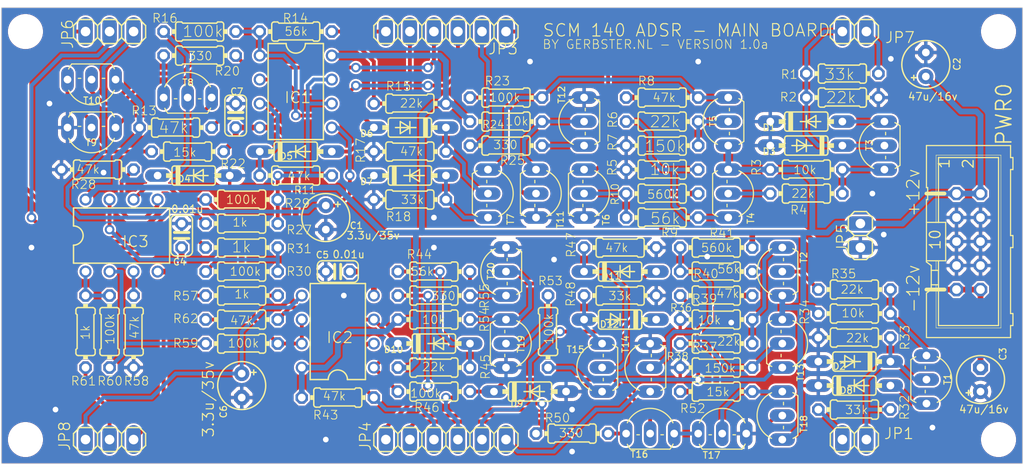
<source format=kicad_pcb>
(kicad_pcb (version 20211014) (generator pcbnew)
  (layers (0 "F.Cu" signal) (31 "B.Cu" signal) (34 "B.Paste" user) (35 "F.Paste" user) (36 "B.SilkS" user "B.Silkscreen") (37 "F.SilkS" user "F.Silkscreen") (38 "B.Mask" user) (39 "F.Mask" user) (44 "Edge.Cuts" user))
  (net 0 "")
  (net 1 "MANUAL-TRIGGER-1")
  (net 2 "GND")
  (net 3 "N$3")
  (net 4 "N$4")
  (net 5 "+12V")
  (net 6 "N$5")
  (net 7 "N$6")
  (net 8 "-12V")
  (net 9 "N$7")
  (net 10 "N$8")
  (net 11 "N$9")
  (net 12 "S1-B")
  (net 13 "N$12")
  (net 14 "N$13")
  (net 15 "N$14")
  (net 16 "N$15")
  (net 17 "N$17")
  (net 18 "N$16")
  (net 19 "A1-IN")
  (net 20 "N$23")
  (net 21 "S1-W")
  (net 22 "N$24")
  (net 23 "N$25")
  (net 24 "N$26")
  (net 25 "N$27")
  (net 26 "N$28")
  (net 27 "C1-OUT")
  (net 28 "N$21")
  (net 29 "N$30")
  (net 30 "N$33")
  (net 31 "N$1")
  (net 32 "S1-A")
  (net 33 "MANUAL-TRIGGER-2")
  (net 34 "N$32")
  (net 35 "N$34")
  (net 36 "N$35")
  (net 37 "N$36")
  (net 38 "N$37")
  (net 39 "N$38")
  (net 40 "N$39")
  (net 41 "S2-B")
  (net 42 "N$41")
  (net 43 "N$42")
  (net 44 "N$43")
  (net 45 "N$44")
  (net 46 "N$45")
  (net 47 "N$46")
  (net 48 "A2-IN")
  (net 49 "N$48")
  (net 50 "S2-W")
  (net 51 "N$51")
  (net 52 "N$52")
  (net 53 "N$53")
  (net 54 "N$54")
  (net 55 "N$55")
  (net 56 "C2-OUT")
  (net 57 "N$58")
  (net 58 "N$59")
  (net 59 "N$60")
  (net 60 "N$61")
  (net 61 "S2-A")
  (net 62 "D1-IN")
  (net 63 "R1-IN")
  (net 64 "R2-IN")
  (net 65 "D2-IN")
  (net 66 "GATE-2")
  (net 67 "GATE-1")
  (net 68 "NORM-OUT-1")
  (net 69 "INV-OUT-1")
  (net 70 "NORM-OUT-2")
  (net 71 "INV-OUT-2")
  (footprint "mainboard:0204_7" (layer "F.Cu") (at 105.9561 115.1636 90)
    (fp_text reference "R60")
    (fp_text value "100k")
  )
  (footprint "mainboard:0204_7" (layer "F.Cu") (at 184.6961 110.7186 180)
    (fp_text reference "R35")
    (fp_text value "22k")
  )
  (footprint "mainboard:TO92-CBE" (layer "F.Cu") (at 177.0761 116.4336 -90)
    (fp_text reference "T13")
    (fp_text value "")
  )
  (footprint "mainboard:E2,5-5" (layer "F.Cu") (at 119.9261 120.8786 -90)
    (fp_text reference "C6")
    (fp_text value "3.3u/35v")
  )
  (footprint "mainboard:0204_7" (layer "F.Cu") (at 103.4161 115.1636 -90)
    (fp_text reference "R61")
    (fp_text value "1k")
  )
  (footprint "mainboard:0204_7" (layer "F.Cu") (at 137.7061 91.0336)
    (fp_text reference "R15")
    (fp_text value "22k")
  )
  (footprint "mainboard:DO35-7" (layer "F.Cu") (at 114.8461 98.6536)
    (fp_text reference "D4")
    (fp_text value "")
  )
  (footprint "mainboard:1X02" (layer "F.Cu") (at 184.6961 126.5936 180)
    (fp_text reference "JP1")
    (fp_text value "")
  )
  (footprint "mainboard:DO35-7" (layer "F.Cu") (at 150.4061 121.5136)
    (fp_text reference "D9")
    (fp_text value "")
  )
  (footprint "mainboard:0204_7" (layer "F.Cu") (at 164.3761 95.4786)
    (fp_text reference "R7")
    (fp_text value "150k")
  )
  (footprint "mainboard:TO92-CBE" (layer "F.Cu") (at 163.1061 118.9736 90)
    (fp_text reference "T14")
    (fp_text value "")
  )
  (footprint "mainboard:1X03" (layer "F.Cu") (at 105.9561 83.4136 180)
    (fp_text reference "JP6")
    (fp_text value "")
  )
  (footprint "mainboard:TO92-CBE" (layer "F.Cu") (at 177.0761 124.0536 90)
    (fp_text reference "T18")
    (fp_text value "")
  )
  (footprint "mainboard:0204_7" (layer "F.Cu") (at 104.6861 98.0186)
    (fp_text reference "R28")
    (fp_text value "47k")
  )
  (footprint "mainboard:TO92-EBC" (layer "F.Cu") (at 172.6311 100.5586 -90)
    (fp_text reference "T4")
    (fp_text value "")
  )
  (footprint "mainboard:0204_7" (layer "F.Cu") (at 147.8661 90.3986 180)
    (fp_text reference "R23")
    (fp_text value "100k")
  )
  (footprint "mainboard:TO92-EBC" (layer "F.Cu") (at 104.0511 94.8436 180)
    (fp_text reference "T9")
    (fp_text value "")
  )
  (footprint "mainboard:C025-024X044" (layer "F.Cu") (at 113.5761 105.0036 90)
    (fp_text reference "C4")
    (fp_text value "0.01u")
  )
  (footprint "mainboard:DO35-7" (layer "F.Cu") (at 137.7061 98.6536)
    (fp_text reference "D7")
    (fp_text value "")
  )
  (footprint "mainboard:TO92-CBE" (layer "F.Cu") (at 147.8661 108.8136 90)
    (fp_text reference "T20")
    (fp_text value "")
  )
  (footprint "mainboard:0204_7" (layer "F.Cu") (at 170.0911 111.3536 180)
    (fp_text reference "R39")
    (fp_text value "47k")
  )
  (footprint "mainboard:0204_7" (layer "F.Cu") (at 137.7061 96.1136)
    (fp_text reference "R17")
    (fp_text value "47k")
  )
  (footprint "mainboard:TO92-EBC" (layer "F.Cu") (at 156.7561 118.9736 90)
    (fp_text reference "T15")
    (fp_text value "")
  )
  (footprint "mainboard:DIL08" (layer "F.Cu") (at 125.6411 89.7636 -90)
    (fp_text reference "IC1")
    (fp_text value "LM4558N")
  )
  (footprint "mainboard:0204_7" (layer "F.Cu") (at 137.7061 101.1936)
    (fp_text reference "R18")
    (fp_text value "33k")
  )
  (footprint "mainboard:DO35-7" (layer "F.Cu") (at 179.6161 95.4786 180)
    (fp_text reference "D1")
    (fp_text value "")
  )
  (footprint "mainboard:1X06" (layer "F.Cu") (at 141.5161 83.4136 180)
    (fp_text reference "JP3")
    (fp_text value "")
  )
  (footprint "mainboard:0204_7" (layer "F.Cu") (at 125.6411 83.4136)
    (fp_text reference "R14")
    (fp_text value "56k")
  )
  (footprint "mainboard:0204_7" (layer "F.Cu") (at 147.8661 95.4786 180)
    (fp_text reference "R25")
    (fp_text value "330")
  )
  (footprint "mainboard:0204_7" (layer "F.Cu") (at 184.6961 123.4186)
    (fp_text reference "R32")
    (fp_text value "33k")
  )
  (footprint "mainboard:0204_7" (layer "F.Cu") (at 152.3111 115.1636 90)
    (fp_text reference "R53")
    (fp_text value "100k")
  )
  (footprint "mainboard:0204_7" (layer "F.Cu") (at 147.8661 92.9386 180)
    (fp_text reference "R24")
    (fp_text value "10k")
  )
  (footprint "mainboard:DO35-7" (layer "F.Cu") (at 140.2461 116.4336)
    (fp_text reference "D10")
    (fp_text value "")
  )
  (footprint "mainboard:0204_7" (layer "F.Cu") (at 164.3761 100.5586 180)
    (fp_text reference "R10")
    (fp_text value "560k")
  )
  (footprint "mainboard:DO35-7" (layer "F.Cu") (at 159.9311 108.8136)
    (fp_text reference "D11")
    (fp_text value "")
  )
  (footprint "mainboard:0204_7" (layer "F.Cu") (at 140.2461 108.8136 180)
    (fp_text reference "R44")
    (fp_text value "56k")
  )
  (footprint "mainboard:0204_7" (layer "F.Cu") (at 119.9261 111.3536 180)
    (fp_text reference "R57")
    (fp_text value "1k")
  )
  (footprint "mainboard:0204_7" (layer "F.Cu") (at 119.9261 101.1936)
    (fp_text reference "R29")
    (fp_text value "100k")
  )
  (footprint "mainboard:C025-024X044" (layer "F.Cu") (at 130.0861 108.8136 180)
    (fp_text reference "C5")
    (fp_text value "0.01u")
  )
  (footprint "mainboard:0204_7" (layer "F.Cu") (at 179.6161 98.0186 180)
    (fp_text reference "R3")
    (fp_text value "10k")
  )
  (footprint "mainboard:E2,5-5" (layer "F.Cu") (at 192.25 86.9 90)
    (fp_text reference "C2")
    (fp_text value "47u/16v")
  )
  (footprint "mainboard:0204_7" (layer "F.Cu") (at 170.0911 113.8936)
    (fp_text reference "R36")
    (fp_text value "10k")
  )
  (footprint "mainboard:0204_7" (layer "F.Cu") (at 170.0911 116.4336 180)
    (fp_text reference "R37")
    (fp_text value "22k")
  )
  (footprint "mainboard:0204_7" (layer "F.Cu") (at 183.4261 90.3986 180)
    (fp_text reference "R2")
    (fp_text value "22k")
  )
  (footprint "mainboard:0204_7" (layer "F.Cu") (at 115.4811 83.4136)
    (fp_text reference "R16")
    (fp_text value "100k")
  )
  (footprint "mainboard:TO92-CBE" (layer "F.Cu") (at 104.0511 88.4936 180)
    (fp_text reference "T10")
    (fp_text value "")
  )
  (footprint "mainboard:DO35-7" (layer "F.Cu") (at 184.6961 118.3386 180)
    (fp_text reference "D2")
    (fp_text value "")
  )
  (footprint "mainboard:0204_7" (layer "F.Cu") (at 119.9261 103.7336 180)
    (fp_text reference "R27")
    (fp_text value "1k")
  )
  (footprint "mainboard:0204_7" (layer "F.Cu") (at 140.2461 118.9736 180)
    (fp_text reference "R45")
    (fp_text value "22k")
  )
  (footprint "mainboard:DO35-7" (layer "F.Cu") (at 137.7061 93.5736 180)
    (fp_text reference "D6")
    (fp_text value "")
  )
  (footprint "mainboard:0204_7" (layer "F.Cu") (at 125.6411 98.6536)
    (fp_text reference "R11")
    (fp_text value "47k")
  )
  (footprint "mainboard:0204_7" (layer "F.Cu") (at 164.3761 90.3986)
    (fp_text reference "R8")
    (fp_text value "47k")
  )
  (footprint "" (layer "F.Cu") (at 97.0661 126.5936)
    (fp_text reference "@HOLE0" hide)
    (fp_text value "")
  )
  (footprint "mainboard:0204_7" (layer "F.Cu") (at 164.3761 92.9386)
    (fp_text reference "R6")
    (fp_text value "22k")
  )
  (footprint "mainboard:0204_7" (layer "F.Cu") (at 184.6961 115.7986)
    (fp_text reference "R33")
    (fp_text value "22k")
  )
  (footprint "mainboard:TO92-CBE" (layer "F.Cu") (at 147.8661 116.4336 -90)
    (fp_text reference "T19")
    (fp_text value "")
  )
  (footprint "mainboard:0204_7" (layer "F.Cu") (at 159.9311 111.3536 180)
    (fp_text reference "R48")
    (fp_text value "33k")
  )
  (footprint "mainboard:1X03" (layer "F.Cu") (at 105.9561 126.5936)
    (fp_text reference "JP8")
    (fp_text value "")
  )
  (footprint "mainboard:0204_7" (layer "F.Cu") (at 119.9261 116.4336)
    (fp_text reference "R59")
    (fp_text value "100k")
  )
  (footprint "mainboard:0204_7" (layer "F.Cu") (at 140.2461 111.3536 180)
    (fp_text reference "R55")
    (fp_text value "330")
  )
  (footprint "mainboard:DO35-7" (layer "F.Cu") (at 179.6161 92.9386)
    (fp_text reference "D3")
    (fp_text value "")
  )
  (footprint "mainboard:TO92-EBC" (layer "F.Cu") (at 147.2311 100.5586 -90)
    (fp_text reference "T7")
    (fp_text value "")
  )
  (footprint "mainboard:C025-024X044" (layer "F.Cu") (at 119.2911 92.3036 90)
    (fp_text reference "C7")
    (fp_text value "0.01u")
  )
  (footprint "mainboard:0204_7" (layer "F.Cu") (at 114.2111 96.1136 180)
    (fp_text reference "R22")
    (fp_text value "15k")
  )
  (footprint "mainboard:0204_7" (layer "F.Cu") (at 170.0911 118.9736)
    (fp_text reference "R38")
    (fp_text value "150k")
  )
  (footprint "mainboard:TO92-CBE" (layer "F.Cu") (at 192.3161 120.2436 -90)
    (fp_text reference "T1")
    (fp_text value "")
  )
  (footprint "mainboard:0204_7" (layer "F.Cu") (at 164.3761 103.0986)
    (fp_text reference "R9")
    (fp_text value "56k")
  )
  (footprint "mainboard:0204_7" (layer "F.Cu") (at 140.2461 113.8936 180)
    (fp_text reference "R54")
    (fp_text value "10k")
  )
  (footprint "mainboard:TO92-CBE" (layer "F.Cu") (at 187.8711 95.4786 90)
    (fp_text reference "T3")
    (fp_text value "")
  )
  (footprint "mainboard:0204_7" (layer "F.Cu") (at 179.6161 100.5586 180)
    (fp_text reference "R4")
    (fp_text value "22k")
  )
  (footprint "mainboard:TO92-EBC" (layer "F.Cu") (at 170.7261 124.6886)
    (fp_text reference "T17")
    (fp_text value "")
  )
  (footprint "mainboard:TO92-CBE" (layer "F.Cu") (at 156.1211 92.9386 90)
    (fp_text reference "T12")
    (fp_text value "")
  )
  (footprint "mainboard:DO35-7" (layer "F.Cu") (at 184.6961 120.8786)
    (fp_text reference "D8")
    (fp_text value "")
  )
  (footprint "mainboard:1X02" (layer "F.Cu") (at 185.3311 105.0036 90)
    (fp_text reference "JP5")
    (fp_text value "")
  )
  (footprint "mainboard:0204_7" (layer "F.Cu") (at 154.8511 125.9586 180)
    (fp_text reference "R50")
    (fp_text value "330")
  )
  (footprint "mainboard:0204_7" (layer "F.Cu") (at 184.6961 113.2586 180)
    (fp_text reference "R34")
    (fp_text value "10k")
  )
  (footprint "mainboard:0204_7" (layer "F.Cu") (at 130.0861 122.1486 180)
    (fp_text reference "R43")
    (fp_text value "47k")
  )
  (footprint "mainboard:TO92-CBE" (layer "F.Cu") (at 163.1061 125.9586)
    (fp_text reference "T16")
    (fp_text value "")
  )
  (footprint "mainboard:0204_7" (layer "F.Cu") (at 183.4261 87.8586 180)
    (fp_text reference "R1")
    (fp_text value "33k")
  )
  (footprint "mainboard:TO92-CBE" (layer "F.Cu") (at 114.2111 90.3986)
    (fp_text reference "T8")
    (fp_text value "")
  )
  (footprint "mainboard:DIL08" (layer "F.Cu") (at 130.0861 115.1636 90)
    (fp_text reference "IC2")
    (fp_text value "LM4558N")
  )
  (footprint "mainboard:TO92-CBE" (layer "F.Cu") (at 151.0411 100.5586 -90)
    (fp_text reference "T11")
    (fp_text value "")
  )
  (footprint "mainboard:TO92-CBE" (layer "F.Cu") (at 156.1211 100.5586 -90)
    (fp_text reference "T6")
    (fp_text value "")
  )
  (footprint "mainboard:0204_7" (layer "F.Cu") (at 108.4961 115.1636 90)
    (fp_text reference "R58")
    (fp_text value "47k")
  )
  (footprint "mainboard:E2,5-5" (layer "F.Cu") (at 198.0311 120.2436 90)
    (fp_text reference "C3")
    (fp_text value "47u/16v")
  )
  (footprint "mainboard:0204_7" (layer "F.Cu") (at 170.0911 121.5136)
    (fp_text reference "R52")
    (fp_text value "15k")
  )
  (footprint "mainboard:0204_7" (layer "F.Cu") (at 119.9261 113.8936 180)
    (fp_text reference "R62")
    (fp_text value "47k")
  )
  (footprint "mainboard:0204_7" (layer "F.Cu") (at 115.4811 85.9536)
    (fp_text reference "R20")
    (fp_text value "330")
  )
  (footprint "" (layer "F.Cu") (at 199.9361 83.4136)
    (fp_text reference "@HOLE2" hide)
    (fp_text value "")
  )
  (footprint "mainboard:0204_7" (layer "F.Cu") (at 159.9311 106.2736 180)
    (fp_text reference "R47")
    (fp_text value "47k")
  )
  (footprint "mainboard:TO92-CBE" (layer "F.Cu") (at 171.3611 92.9386 90)
    (fp_text reference "T5")
    (fp_text value "")
  )
  (footprint "mainboard:1X02" (layer "F.Cu") (at 184.6961 83.4136)
    (fp_text reference "JP7")
    (fp_text value "")
  )
  (footprint "mainboard:DIL08" (layer "F.Cu") (at 107.2261 105.0036)
    (fp_text reference "IC3")
    (fp_text value "LM4558N")
  )
  (footprint "mainboard:DO35-7" (layer "F.Cu") (at 159.9311 113.8936 180)
    (fp_text reference "D12")
    (fp_text value "")
  )
  (footprint "mainboard:DO35-7" (layer "F.Cu") (at 125.6411 96.1136)
    (fp_text reference "D5")
    (fp_text value "")
  )
  (footprint "mainboard:E2,5-5" (layer "F.Cu") (at 128.8161 103.0986 -90)
    (fp_text reference "C1")
    (fp_text value "3.3u/35v")
  )
  (footprint "mainboard:ML10" (layer "F.Cu") (at 196.7611 105.6386 -90)
    (fp_text reference "PWR0")
    (fp_text value "")
  )
  (footprint "mainboard:0204_7" (layer "F.Cu") (at 170.0911 108.8136)
    (fp_text reference "R40")
    (fp_text value "56k")
  )
  (footprint "" (layer "F.Cu") (at 97.0661 83.4136)
    (fp_text reference "@HOLE1" hide)
    (fp_text value "")
  )
  (footprint "mainboard:0204_7" (layer "F.Cu") (at 119.9261 106.2736 180)
    (fp_text reference "R31")
    (fp_text value "1k")
  )
  (footprint "mainboard:TO92-EBC" (layer "F.Cu") (at 175.8061 108.8136 90)
    (fp_text reference "T2")
    (fp_text value "")
  )
  (footprint "mainboard:0204_7" (layer "F.Cu") (at 119.9261 108.8136)
    (fp_text reference "R30")
    (fp_text value "100k")
  )
  (footprint "mainboard:0204_7" (layer "F.Cu") (at 112.9411 93.5736 180)
    (fp_text reference "R13")
    (fp_text value "47k")
  )
  (footprint "mainboard:1X06" (layer "F.Cu") (at 141.5161 126.5936)
    (fp_text reference "JP4")
    (fp_text value "")
  )
  (footprint "mainboard:0204_7" (layer "F.Cu") (at 170.0911 106.2736 180)
    (fp_text reference "R41")
    (fp_text value "560k")
  )
  (footprint "" (layer "F.Cu") (at 199.9361 126.5936)
    (fp_text reference "@HOLE3" hide)
    (fp_text value "")
  )
  (footprint "mainboard:0204_7" (layer "F.Cu") (at 140.2461 121.5136 180)
    (fp_text reference "R46")
    (fp_text value "100k")
  )
  (footprint "mainboard:0204_7" (layer "F.Cu") (at 164.3761 98.0186)
    (fp_text reference "R5")
    (fp_text value "10k")
  )
  (gr_line (start 194.2211 100.5586) (end 192.3161 100.5586) (layer "F.SilkS") (width 0.4064))
  (gr_line (start 194.2211 110.7186) (end 192.3161 110.7186) (layer "F.SilkS") (width 0.4064))
  (gr_line (start 202.4761 80.8736) (end 94.5261 80.8736) (layer "Edge.Cuts") (width 0.05))
  (gr_line (start 94.5261 129.1336) (end 202.4761 129.1336) (layer "Edge.Cuts") (width 0.05))
  (gr_line (start 202.4761 129.1336) (end 202.4761 80.8736) (layer "Edge.Cuts") (width 0.05))
  (gr_line (start 94.5261 80.8736) (end 94.5261 129.1336) (layer "Edge.Cuts") (width 0.05))
  (gr_text "-12v" (at 191.6811 113.2586 90) (layer "F.SilkS") (effects (font (size 1.308608 1.308608) (thickness 0.113792)) (justify left bottom)))
  (gr_text "+12v" (at 191.6811 103.0986 90) (layer "F.SilkS") (effects (font (size 1.308608 1.308608) (thickness 0.113792)) (justify left bottom)))
  (gr_text "BY GERBSTER.NL - VERSION 1.0a" (at 151.6761 85.3186) (layer "F.SilkS") (effects (font (size 0.93472 0.93472) (thickness 0.08128)) (justify left bottom)))
  (gr_text "SCM 140 ADSR - MAIN BOARD" (at 151.6761 84.0486) (layer "F.SilkS") (effects (font (size 1.308608 1.308608) (thickness 0.113792)) (justify left bottom)))
  (segment (start 179.6161 85.3186) (end 179.6161 87.8586) (width 0.4064) (layer "B.Cu") (net 1))
  (segment (start 180.8861 95.4786) (end 183.4261 95.4786) (width 0.4064) (layer "B.Cu") (net 1))
  (segment (start 181.5211 83.4136) (end 179.6161 85.3186) (width 0.4064) (layer "B.Cu") (net 1))
  (segment (start 183.4261 83.4136) (end 181.5211 83.4136) (width 0.4064) (layer "B.Cu") (net 1))
  (segment (start 187.8711 95.4786) (end 183.4261 95.4786) (width 0.4064) (layer "B.Cu") (net 1))
  (segment (start 179.6161 87.8586) (end 179.6161 90.3986) (width 0.4064) (layer "B.Cu") (net 1))
  (segment (start 179.6161 90.3986) (end 179.6161 94.2086) (width 0.4064) (layer "B.Cu") (net 1))
  (segment (start 179.6161 94.2086) (end 180.8861 95.4786) (width 0.4064) (layer "B.Cu") (net 1))
  (via (at 187.8 104.9) (size 1.0064) (drill 0.6) (layers "F.Cu" "B.Cu") (net 2))
  (via (at 97.7011 106.2736) (size 1.0064) (drill 0.6) (layers "F.Cu" "B.Cu") (net 2))
  (via (at 99.6061 91.0336) (size 1.0064) (drill 0.6) (layers "F.Cu" "B.Cu") (net 2))
  (via (at 192.9511 125.3236) (size 1.0064) (drill 0.6) (layers "F.Cu" "B.Cu") (net 2))
  (via (at 188.55 86.3) (size 1.0064) (drill 0.6) (layers "F.Cu" "B.Cu") (net 2))
  (via (at 171.6786 114.2111) (size 1.0064) (drill 0.6) (layers "F.Cu" "B.Cu") (net 2))
  (via (at 130.7211 111.3536) (size 1.0064) (drill 0.6) (layers "F.Cu" "B.Cu") (net 2))
  (via (at 150.4061 86.5886) (size 1.0064) (drill 0.6) (layers "F.Cu" "B.Cu") (net 2))
  (via (at 168.1861 86.5886) (size 1.0064) (drill 0.6) (layers "F.Cu" "B.Cu") (net 2))
  (via (at 105.3211 98.3361) (size 1.0064) (drill 0.6) (layers "F.Cu" "B.Cu") (net 2))
  (via (at 100.2411 123.4186) (size 1.0064) (drill 0.6) (layers "F.Cu" "B.Cu") (net 2))
  (via (at 140.2461 106.2736) (size 1.0064) (drill 0.6) (layers "F.Cu" "B.Cu") (net 2))
  (via (at 154.8511 127.8636) (size 1.0064) (drill 0.6) (layers "F.Cu" "B.Cu") (net 2))
  (via (at 152.9461 107.5436) (size 1.0064) (drill 0.6) (layers "F.Cu" "B.Cu") (net 2))
  (via (at 154.8511 123.4186) (size 1.0064) (drill 0.6) (layers "F.Cu" "B.Cu") (net 2))
  (via (at 186.6011 100.5586) (size 1.0064) (drill 0.6) (layers "F.Cu" "B.Cu") (net 2))
  (via (at 128.8161 126.5936) (size 1.0064) (drill 0.6) (layers "F.Cu" "B.Cu") (net 2))
  (via (at 169.1386 107.2261) (size 1.0064) (drill 0.6) (layers "F.Cu" "B.Cu") (net 2))
  (via (at 140.2461 103.0986) (size 1.0064) (drill 0.6) (layers "F.Cu" "B.Cu") (net 2))
  (segment (start 183.4261 92.9386) (end 187.8711 92.9386) (width 0.4064) (layer "B.Cu") (net 3))
  (segment (start 183.4261 100.5586) (end 183.4261 98.0186) (width 0.4064) (layer "B.Cu") (net 4))
  (segment (start 187.8711 98.0186) (end 183.4261 98.0186) (width 0.4064) (layer "B.Cu") (net 4))
  (segment (start 138.9761 104.6861) (end 179.2986 104.6861) (width 0.6096) (layer "B.Cu") (net 5))
  (segment (start 180.2511 104.6861) (end 179.2986 104.6861) (width 0.6096) (layer "B.Cu") (net 5))
  (segment (start 178.9811 112.6236) (end 179.2986 112.6236) (width 0.6096) (layer "B.Cu") (net 5))
  (segment (start 109.1311 93.5736) (end 109.1311 94.2086) (width 0.6096) (layer "B.Cu") (net 5))
  (segment (start 103.4161 101.1936) (end 104.6861 99.9236) (width 0.6096) (layer "B.Cu") (net 5))
  (segment (start 138.9761 104.6861) (end 138.9761 92.3036) (width 0.6096) (layer "B.Cu") (net 5))
  (segment (start 109.1311 91.0336) (end 109.1311 93.5736) (width 0.6096) (layer "B.Cu") (net 5))
  (segment (start 195.95 91.87) (end 192.25 88.17) (width 0.6096) (layer "B.Cu") (net 5))
  (segment (start 136.4361 118.9736) (end 137.7061 118.9736) (width 0.6096) (layer "B.Cu") (net 5))
  (segment (start 106.5911 88.4936) (end 109.1311 91.0336) (width 0.6096) (layer "B.Cu") (net 5))
  (segment (start 180.2511 104.6861) (end 181.8386 104.6861) (width 0.6096) (layer "B.Cu") (net 5))
  (segment (start 138.3411 104.6861) (end 138.9761 104.6861) (width 0.6096) (layer "B.Cu") (net 5))
  (segment (start 180.8861 113.2586) (end 180.2511 112.6236) (width 0.6096) (layer "B.Cu") (net 5))
  (segment (start 141.5161 91.0336) (end 142.1511 91.0336) (width 0.6096) (layer "B.Cu") (net 5))
  (segment (start 106.5911 96.7486) (end 106.5911 99.9236) (width 0.6096) (layer "B.Cu") (net 5))
  (segment (start 177.0761 112.6236) (end 177.0761 111.3536) (width 0.6096) (layer "B.Cu") (net 5))
  (segment (start 138.9761 92.3036) (end 140.2461 91.0336) (width 0.6096) (layer "B.Cu") (net 5))
  (segment (start 171.3611 98.0186) (end 175.8061 98.0186) (width 0.6096) (layer "B.Cu") (net 5))
  (segment (start 138.3411 113.8936) (end 138.3411 104.6861) (width 0.6096) (layer "B.Cu") (net 5))
  (segment (start 177.7111 126.5936) (end 178.9811 125.3236) (width 0.6096) (layer "B.Cu") (net 5))
  (segment (start 138.3411 113.8936) (end 136.4361 113.8936) (width 0.6096) (layer "B.Cu") (net 5))
  (segment (start 134.8486 104.6861) (end 138.3411 104.6861) (width 0.6096) (layer "B.Cu") (net 5))
  (segment (start 129.4511 85.9536) (end 140.8811 85.9536) (width 0.6096) (layer "B.Cu") (net 5))
  (segment (start 178.9811 125.3236) (end 178.9811 112.6236) (width 0.6096) (layer "B.Cu") (net 5))
  (segment (start 189.7761 103.7336) (end 192.9511 100.5586) (width 0.6096) (layer "B.Cu") (net 5))
  (segment (start 181.8386 104.6861) (end 182.7911 103.7336) (width 0.6096) (layer "B.Cu") (net 5))
  (segment (start 130.0861 99.9236) (end 134.8486 104.6861) (width 0.6096) (layer "B.Cu") (net 5))
  (segment (start 178.9811 112.6236) (end 177.0761 112.6236) (width 0.6096) (layer "B.Cu") (net 5))
  (segment (start 185.3311 103.7336) (end 189.7761 103.7336) (width 0.6096) (layer "B.Cu") (net 5))
  (segment (start 126.2761 118.9736) (end 128.8161 118.9736) (width 0.6096) (layer "B.Cu") (net 5))
  (segment (start 104.6861 99.9236) (end 106.5911 99.9236) (width 0.6096) (layer "B.Cu") (net 5))
  (segment (start 195.4911 100.5586) (end 198.0311 100.5586) (width 0.6096) (layer "B.Cu") (net 5))
  (segment (start 142.1511 91.0336) (end 144.0561 92.9386) (width 0.6096) (layer "B.Cu") (net 5))
  (segment (start 177.0761 113.8936) (end 177.0761 112.6236) (width 0.6096) (layer "B.Cu") (net 5))
  (segment (start 178.9811 98.0186) (end 180.2511 99.2886) (width 0.6096) (layer "B.Cu") (net 5))
  (segment (start 197.5975 91.87) (end 195.95 91.87) (width 0.6096) (layer "B.Cu") (net 5))
  (segment (start 137.7061 118.9736) (end 138.3411 118.3386) (width 0.6096) (layer "B.Cu") (net 5))
  (segment (start 192.9511 100.5586) (end 195.4911 100.5586) (width 0.6096) (layer "B.Cu") (net 5))
  (segment (start 135.1661 115.1636) (end 136.4361 113.8936) (width 0.6096) (layer "B.Cu") (net 5))
  (segment (start 198.0311 92.3036) (end 198.0311 100.5586) (width 0.6096) (layer "B.Cu") (net 5))
  (segment (start 106.5911 99.9236) (end 130.0861 99.9236) (width 0.6096) (layer "B.Cu") (net 5))
  (segment (start 177.0761 126.5936) (end 177.7111 126.5936) (width 0.6096) (layer "B.Cu") (net 5))
  (segment (start 171.3611 98.0186) (end 171.3611 95.4786) (width 0.6096) (layer "B.Cu") (net 5))
  (segment (start 126.2761 122.1486) (end 126.2761 118.9736) (width 0.6096) (layer "B.Cu") (net 5))
  (segment (start 131.3561 115.1636) (end 135.1661 115.1636) (width 0.6096) (layer "B.Cu") (net 5))
  (segment (start 198.0311 92.3036) (end 197.5975 91.87) (width 0.6096) (layer "B.Cu") (net 5))
  (segment (start 109.1311 94.2086) (end 106.5911 96.7486) (width 0.6096) (layer "B.Cu") (net 5))
  (segment (start 140.2461 91.0336) (end 141.5161 91.0336) (width 0.6096) (layer "B.Cu") (net 5))
  (segment (start 128.8161 118.9736) (end 130.0861 117.7036) (width 0.6096) (layer "B.Cu") (net 5))
  (segment (start 179.2986 104.6861) (end 179.2986 112.6236) (width 0.6096) (layer "B.Cu") (net 5))
  (segment (start 180.2511 112.6236) (end 179.2986 112.6236) (width 0.6096) (layer "B.Cu") (net 5))
  (segment (start 130.0861 117.7036) (end 130.0861 116.4336) (width 0.6096) (layer "B.Cu") (net 5))
  (segment (start 140.8811 85.9536) (end 141.5161 86.5886) (width 0.6096) (layer "B.Cu") (net 5))
  (segment (start 180.2511 99.2886) (end 180.2511 104.6861) (width 0.6096) (layer "B.Cu") (net 5))
  (segment (start 182.7911 103.7336) (end 185.3311 103.7336) (width 0.6096) (layer "B.Cu") (net 5))
  (segment (start 141.5161 86.5886) (end 141.5161 91.0336) (width 0.6096) (layer "B.Cu") (net 5))
  (segment (start 138.3411 118.3386) (end 138.3411 113.8936) (width 0.6096) (layer "B.Cu") (net 5))
  (segment (start 130.0861 116.4336) (end 131.3561 115.1636) (width 0.6096) (layer "B.Cu") (net 5))
  (segment (start 175.8061 98.0186) (end 178.9811 98.0186) (width 0.6096) (layer "B.Cu") (net 5))
  (segment (start 171.3611 100.5586) (end 175.8061 100.5586) (width 0.4064) (layer "B.Cu") (net 6))
  (segment (start 165.6461 101.8286) (end 166.9161 103.0986) (width 0.4064) (layer "B.Cu") (net 7))
  (segment (start 163.1061 94.2086) (end 161.8361 92.9386) (width 0.4064) (layer "B.Cu") (net 7))
  (segment (start 164.3761 98.0186) (end 163.1061 96.7486) (width 0.4064) (layer "B.Cu") (net 7))
  (segment (start 165.6461 98.0186) (end 164.3761 98.0186) (width 0.4064) (layer "B.Cu") (net 7))
  (segment (start 166.9161 103.0986) (end 168.1861 103.0986) (width 0.4064) (layer "B.Cu") (net 7))
  (segment (start 168.1861 98.0186) (end 165.6461 98.0186) (width 0.4064) (layer "B.Cu") (net 7))
  (segment (start 168.1861 103.0986) (end 171.3611 103.0986) (width 0.4064) (layer "B.Cu") (net 7))
  (segment (start 165.6461 98.0186) (end 165.6461 101.8286) (width 0.4064) (layer "B.Cu") (net 7))
  (segment (start 163.1061 96.7486) (end 163.1061 94.2086) (width 0.4064) (layer "B.Cu") (net 7))
  (segment (start 161.8361 92.9386) (end 160.5661 92.9386) (width 0.4064) (layer "B.Cu") (net 7))
  (segment (start 119.2911 93.5736) (end 121.8311 93.5736) (width 0.6096) (layer "F.Cu") (net 8))
  (segment (start 135.4836 104.6861) (end 164.3761 104.6861) (width 0.6096) (layer "F.Cu") (net 8))
  (segment (start 121.8311 93.5736) (end 123.7361 93.5736) (width 0.6096) (layer "F.Cu") (net 8))
  (segment (start 113.5761 106.2736) (end 113.5761 108.8136) (width 0.6096) (layer "F.Cu") (net 8))
  (segment (start 123.7361 93.5736) (end 125.6411 95.4786) (width 0.6096) (layer "F.Cu") (net 8))
  (segment (start 118.0211 96.1136) (end 119.2911 94.8436) (width 0.6096) (layer "F.Cu") (net 8))
  (segment (start 114.8461 110.0836) (end 118.0211 110.0836) (width 0.6096) (layer "F.Cu") (net 8))
  (segment (start 163.1061 90.3986) (end 164.3761 91.6686) (width 0.6096) (layer "F.Cu") (net 8))
  (segment (start 164.3761 104.6861) (end 171.3611 104.6861) (width 0.6096) (layer "F.Cu") (net 8))
  (segment (start 169.4561 121.5136) (end 170.0911 120.8786) (width 0.6096) (layer "F.Cu") (net 8))
  (segment (start 189.1411 108.8136) (end 184.0611 108.8136) (width 0.6096) (layer "F.Cu") (net 8))
  (segment (start 173.9011 104.6861) (end 173.9011 106.2736) (width 0.6096) (layer "F.Cu") (net 8))
  (segment (start 133.8961 106.2736) (end 135.4836 104.6861) (width 0.6096) (layer "F.Cu") (net 8))
  (segment (start 119.2911 94.8436) (end 119.2911 93.5736) (width 0.6096) (layer "F.Cu") (net 8))
  (segment (start 118.0211 110.0836) (end 119.9261 108.1786) (width 0.6096) (layer "F.Cu") (net 8))
  (segment (start 166.2811 121.5136) (end 169.4561 121.5136) (width 0.6096) (layer "F.Cu") (net 8))
  (segment (start 179.2986 104.6861) (end 173.9011 104.6861) (width 0.6096) (layer "F.Cu") (net 8))
  (segment (start 125.6411 95.4786) (end 125.6411 105.0036) (width 0.6096) (layer "F.Cu") (net 8))
  (segment (start 170.0911 120.8786) (end 170.0911 112.6236) (width 0.6096) (layer "F.Cu") (net 8))
  (segment (start 126.9111 106.2736) (end 133.8961 106.2736) (width 0.6096) (layer "F.Cu") (net 8))
  (segment (start 133.8961 108.8136) (end 131.3561 108.8136) (width 0.6096) (layer "F.Cu") (net 8))
  (segment (start 198.0311 110.7186) (end 195.4911 110.7186) (width 0.6096) (layer "F.Cu") (net 8))
  (segment (start 168.1861 100.5586) (end 164.3761 100.5586) (width 0.6096) (layer "F.Cu") (net 8))
  (segment (start 113.5761 108.8136) (end 114.8461 110.0836) (width 0.6096) (layer "F.Cu") (net 8))
  (segment (start 170.0911 112.6236) (end 171.3611 111.3536) (width 0.6096) (layer "F.Cu") (net 8))
  (segment (start 121.1961 105.0036) (end 125.6411 105.0036) (width 0.6096) (layer "F.Cu") (net 8))
  (segment (start 119.9261 106.2736) (end 121.1961 105.0036) (width 0.6096) (layer "F.Cu") (net 8))
  (segment (start 133.8961 111.3536) (end 133.8961 108.8136) (width 0.6096) (layer "F.Cu") (net 8))
  (segment (start 171.3611 104.6861) (end 173.9011 104.6861) (width 0.6096) (layer "F.Cu") (net 8))
  (segment (start 184.0611 108.8136) (end 179.2986 104.6861) (width 0.6096) (layer "F.Cu") (net 8))
  (segment (start 191.0461 110.7186) (end 189.1411 108.8136) (width 0.6096) (layer "F.Cu") (net 8))
  (segment (start 125.6411 105.0036) (end 126.9111 106.2736) (width 0.6096) (layer "F.Cu") (net 8))
  (segment (start 195.4911 110.7186) (end 191.0461 110.7186) (width 0.6096) (layer "F.Cu") (net 8))
  (segment (start 171.3611 104.6861) (end 171.3611 111.3536) (width 0.6096) (layer "F.Cu") (net 8))
  (segment (start 111.0361 108.8136) (end 113.5761 108.8136) (width 0.6096) (layer "F.Cu") (net 8))
  (segment (start 164.3761 91.6686) (end 164.3761 100.5586) (width 0.6096) (layer "F.Cu") (net 8))
  (segment (start 171.3611 111.3536) (end 173.9011 111.3536) (width 0.6096) (layer "F.Cu") (net 8))
  (segment (start 119.9261 108.1786) (end 119.9261 106.2736) (width 0.6096) (layer "F.Cu") (net 8))
  (segment (start 133.8961 108.8136) (end 133.8961 106.2736) (width 0.6096) (layer "F.Cu") (net 8))
  (segment (start 164.3761 100.5586) (end 164.3761 104.6861) (width 0.6096) (layer "F.Cu") (net 8))
  (segment (start 160.5661 90.3986) (end 163.1061 90.3986) (width 0.6096) (layer "F.Cu") (net 8))
  (segment (start 198.0311 118.9736) (end 198.0311 110.7186) (width 0.6096) (layer "F.Cu") (net 8))
  (segment (start 149.1361 90.3986) (end 147.8661 91.6686) (width 0.4064) (layer "B.Cu") (net 9))
  (segment (start 168.1861 90.3986) (end 171.3611 90.3986) (width 0.4064) (layer "B.Cu") (net 9))
  (segment (start 151.6761 90.3986) (end 149.1361 90.3986) (width 0.4064) (layer "B.Cu") (net 9))
  (segment (start 151.6761 90.3986) (end 153.5811 88.4936) (width 0.4064) (layer "B.Cu") (net 9))
  (segment (start 147.8661 96.7486) (end 146.5961 98.0186) (width 0.4064) (layer "B.Cu") (net 9))
  (segment (start 166.2811 88.4936) (end 168.1861 90.3986) (width 0.4064) (layer "B.Cu") (net 9))
  (segment (start 147.8661 91.6686) (end 147.8661 96.7486) (width 0.4064) (layer "B.Cu") (net 9))
  (segment (start 153.5811 88.4936) (end 166.2811 88.4936) (width 0.4064) (layer "B.Cu") (net 9))
  (segment (start 146.5961 98.0186) (end 145.9611 98.0186) (width 0.4064) (layer "B.Cu") (net 9))
  (segment (start 168.1861 95.4786) (end 168.1861 92.9386) (width 0.4064) (layer "B.Cu") (net 10))
  (segment (start 168.1861 92.9386) (end 171.3611 92.9386) (width 0.4064) (layer "B.Cu") (net 10))
  (segment (start 160.5661 100.5586) (end 156.1211 100.5586) (width 0.4064) (layer "B.Cu") (net 11))
  (segment (start 160.5661 103.0986) (end 160.5661 100.5586) (width 0.4064) (layer "B.Cu") (net 11))
  (segment (start 156.1211 98.0186) (end 157.3911 98.0186) (width 0.4064) (layer "F.Cu") (net 12))
  (segment (start 158.6611 85.9536) (end 156.1211 83.4136) (width 0.4064) (layer "F.Cu") (net 12))
  (segment (start 156.1211 83.4136) (end 147.8661 83.4136) (width 0.4064) (layer "F.Cu") (net 12))
  (segment (start 158.6611 96.7486) (end 158.6611 85.9536) (width 0.4064) (layer "F.Cu") (net 12))
  (segment (start 157.3911 98.0186) (end 158.6611 96.7486) (width 0.4064) (layer "F.Cu") (net 12))
  (segment (start 132.6261 92.3036) (end 133.8961 93.5736) (width 0.4064) (layer "F.Cu") (net 13))
  (segment (start 125.6411 92.3036) (end 132.6261 92.3036) (width 0.4064) (layer "F.Cu") (net 13))
  (via (at 125.6411 92.3036) (size 1.0064) (drill 0.6) (layers "F.Cu" "B.Cu") (net 13))
  (segment (start 124.3711 85.9536) (end 125.6411 87.2236) (width 0.4064) (layer "B.Cu") (net 13))
  (segment (start 125.6411 87.2236) (end 125.6411 92.3036) (width 0.4064) (layer "B.Cu") (net 13))
  (segment (start 119.2911 83.4136) (end 121.8311 83.4136) (width 0.4064) (layer "B.Cu") (net 13))
  (segment (start 121.8311 85.9536) (end 124.3711 85.9536) (width 0.4064) (layer "B.Cu") (net 13))
  (segment (start 121.8311 83.4136) (end 121.8311 85.9536) (width 0.4064) (layer "B.Cu") (net 13))
  (segment (start 114.2111 90.3986) (end 114.2111 85.9536) (width 0.4064) (layer "B.Cu") (net 14))
  (segment (start 114.2111 85.9536) (end 111.6711 83.4136) (width 0.4064) (layer "B.Cu") (net 14))
  (segment (start 114.2111 97.3836) (end 114.2111 90.3986) (width 0.4064) (layer "B.Cu") (net 14))
  (segment (start 111.0361 98.6536) (end 112.9411 98.6536) (width 0.4064) (layer "B.Cu") (net 14))
  (segment (start 112.9411 98.6536) (end 114.2111 97.3836) (width 0.4064) (layer "B.Cu") (net 14))
  (segment (start 136.4361 91.6686) (end 135.8011 91.0336) (width 0.4064) (layer "F.Cu") (net 15))
  (segment (start 133.8961 91.0336) (end 133.8961 86.5886) (width 0.4064) (layer "F.Cu") (net 15))
  (segment (start 135.8011 94.8436) (end 136.4361 94.2086) (width 0.4064) (layer "F.Cu") (net 15))
  (segment (start 136.4361 94.2086) (end 136.4361 91.6686) (width 0.4064) (layer "F.Cu") (net 15))
  (segment (start 130.7211 83.4136) (end 129.4511 83.4136) (width 0.4064) (layer "F.Cu") (net 15))
  (segment (start 131.3561 96.1136) (end 132.6261 94.8436) (width 0.4064) (layer "F.Cu") (net 15))
  (segment (start 132.6261 94.8436) (end 135.8011 94.8436) (width 0.4064) (layer "F.Cu") (net 15))
  (segment (start 135.8011 91.0336) (end 133.8961 91.0336) (width 0.4064) (layer "F.Cu") (net 15))
  (segment (start 129.4511 96.1136) (end 131.3561 96.1136) (width 0.4064) (layer "F.Cu") (net 15))
  (segment (start 133.8961 86.5886) (end 130.7211 83.4136) (width 0.4064) (layer "F.Cu") (net 15))
  (segment (start 123.7361 101.1936) (end 123.7361 98.6536) (width 0.4064) (layer "F.Cu") (net 16))
  (segment (start 123.7361 103.7336) (end 123.7361 101.1936) (width 0.4064) (layer "F.Cu") (net 16))
  (via (at 123.7361 98.6536) (size 1.0064) (drill 0.6) (layers "F.Cu" "B.Cu") (net 16))
  (segment (start 126.9111 89.1286) (end 126.9111 91.0336) (width 0.4064) (layer "B.Cu") (net 16))
  (segment (start 129.4511 88.4936) (end 127.5461 88.4936) (width 0.4064) (layer "B.Cu") (net 16))
  (segment (start 127.5461 88.4936) (end 126.9111 89.1286) (width 0.4064) (layer "B.Cu") (net 16))
  (segment (start 126.9111 98.6536) (end 129.4511 98.6536) (width 0.4064) (layer "B.Cu") (net 16))
  (segment (start 123.7361 98.6536) (end 126.9111 98.6536) (width 0.4064) (layer "B.Cu") (net 16))
  (segment (start 129.4511 91.0336) (end 126.9111 91.0336) (width 0.4064) (layer "B.Cu") (net 16))
  (segment (start 126.9111 98.6536) (end 126.9111 91.0336) (width 0.4064) (layer "B.Cu") (net 16))
  (segment (start 145.3261 100.5586) (end 145.9611 100.5586) (width 0.4064) (layer "B.Cu") (net 17))
  (segment (start 142.1511 96.1136) (end 143.4211 97.3836) (width 0.4064) (layer "B.Cu") (net 17))
  (segment (start 143.4211 98.6536) (end 145.3261 100.5586) (width 0.4064) (layer "B.Cu") (net 17))
  (segment (start 141.5161 93.5736) (end 141.5161 96.1136) (width 0.4064) (layer "B.Cu") (net 17))
  (segment (start 143.4211 97.3836) (end 143.4211 98.6536) (width 0.4064) (layer "B.Cu") (net 17))
  (segment (start 141.5161 96.1136) (end 142.1511 96.1136) (width 0.4064) (layer "B.Cu") (net 17))
  (segment (start 141.5161 98.6536) (end 141.5161 101.1936) (width 0.4064) (layer "B.Cu") (net 18))
  (segment (start 143.4211 103.0986) (end 145.9611 103.0986) (width 0.4064) (layer "B.Cu") (net 18))
  (segment (start 141.5161 101.1936) (end 143.4211 103.0986) (width 0.4064) (layer "B.Cu") (net 18))
  (segment (start 136.4361 98.6536) (end 137.7061 97.3836) (width 0.4064) (layer "F.Cu") (net 19))
  (segment (start 137.7061 83.4136) (end 137.7061 97.3836) (width 0.4064) (layer "F.Cu") (net 19))
  (segment (start 133.8961 98.6536) (end 136.4361 98.6536) (width 0.4064) (layer "F.Cu") (net 19))
  (segment (start 111.6711 90.3986) (end 111.6711 85.9536) (width 0.4064) (layer "B.Cu") (net 20))
  (segment (start 114.8461 83.4136) (end 114.8461 86.5886) (width 0.4064) (layer "F.Cu") (net 21))
  (segment (start 110.4011 87.8586) (end 107.2261 91.0336) (width 0.4064) (layer "F.Cu") (net 21))
  (segment (start 114.8461 86.5886) (end 113.5761 87.8586) (width 0.4064) (layer "F.Cu") (net 21))
  (segment (start 131.3561 82.1436) (end 116.1161 82.1436) (width 0.4064) (layer "F.Cu") (net 21))
  (segment (start 113.5761 87.8586) (end 110.4011 87.8586) (width 0.4064) (layer "F.Cu") (net 21))
  (segment (start 132.6261 83.4136) (end 135.1661 83.4136) (width 0.4064) (layer "F.Cu") (net 21))
  (segment (start 104.0511 89.7636) (end 104.0511 88.4936) (width 0.4064) (layer "F.Cu") (net 21))
  (segment (start 107.2261 91.0336) (end 105.3211 91.0336) (width 0.4064) (layer "F.Cu") (net 21))
  (segment (start 131.3561 82.1436) (end 132.6261 83.4136) (width 0.4064) (layer "F.Cu") (net 21))
  (segment (start 116.1161 82.1436) (end 114.8461 83.4136) (width 0.4064) (layer "F.Cu") (net 21))
  (segment (start 105.3211 91.0336) (end 104.0511 89.7636) (width 0.4064) (layer "F.Cu") (net 21))
  (segment (start 105.3211 96.1136) (end 110.4011 96.1136) (width 0.4064) (layer "F.Cu") (net 22))
  (segment (start 104.0511 94.8436) (end 105.3211 96.1136) (width 0.4064) (layer "F.Cu") (net 22))
  (segment (start 104.0511 93.5736) (end 104.0511 94.8436) (width 0.4064) (layer "F.Cu") (net 22))
  (segment (start 101.5111 90.3986) (end 104.0511 92.9386) (width 0.4064) (layer "F.Cu") (net 22))
  (segment (start 104.0511 92.9386) (end 104.0511 93.5736) (width 0.4064) (layer "F.Cu") (net 22))
  (segment (start 101.5111 88.4936) (end 101.5111 90.3986) (width 0.4064) (layer "F.Cu") (net 22))
  (segment (start 110.4011 92.3036) (end 111.0361 92.9386) (width 0.4064) (layer "F.Cu") (net 23))
  (segment (start 116.7511 91.0336) (end 116.7511 90.3986) (width 0.4064) (layer "F.Cu") (net 23))
  (segment (start 106.5911 93.5736) (end 107.8611 92.3036) (width 0.4064) (layer "F.Cu") (net 23))
  (segment (start 111.0361 92.9386) (end 114.8461 92.9386) (width 0.4064) (layer "F.Cu") (net 23))
  (segment (start 114.8461 92.9386) (end 116.7511 91.0336) (width 0.4064) (layer "F.Cu") (net 23))
  (segment (start 107.8611 92.3036) (end 110.4011 92.3036) (width 0.4064) (layer "F.Cu") (net 23))
  (segment (start 149.7711 100.5586) (end 151.0411 100.5586) (width 0.4064) (layer "F.Cu") (net 24))
  (segment (start 148.5011 99.2886) (end 149.7711 100.5586) (width 0.4064) (layer "F.Cu") (net 24))
  (segment (start 144.0561 90.3986) (end 147.2311 90.3986) (width 0.4064) (layer "F.Cu") (net 24))
  (segment (start 147.2311 90.3986) (end 148.5011 91.6686) (width 0.4064) (layer "F.Cu") (net 24))
  (segment (start 148.5011 91.6686) (end 148.5011 99.2886) (width 0.4064) (layer "F.Cu") (net 24))
  (segment (start 151.6761 92.9386) (end 149.7711 94.8436) (width 0.4064) (layer "B.Cu") (net 25))
  (segment (start 149.7711 94.8436) (end 149.7711 96.7486) (width 0.4064) (layer "B.Cu") (net 25))
  (segment (start 156.1211 92.9386) (end 151.6761 92.9386) (width 0.4064) (layer "B.Cu") (net 25))
  (segment (start 149.7711 96.7486) (end 151.0411 98.0186) (width 0.4064) (layer "B.Cu") (net 25))
  (segment (start 151.6761 95.4786) (end 156.1211 95.4786) (width 0.4064) (layer "B.Cu") (net 26))
  (segment (start 131.3561 100.5586) (end 131.3561 98.6536) (width 0.4064) (layer "F.Cu") (net 27))
  (segment (start 128.8161 101.8286) (end 130.0861 101.8286) (width 0.4064) (layer "F.Cu") (net 27))
  (segment (start 130.0861 101.8286) (end 131.3561 100.5586) (width 0.4064) (layer "F.Cu") (net 27))
  (via (at 131.3561 98.6536) (size 1.0064) (drill 0.6) (layers "F.Cu" "B.Cu") (net 27))
  (segment (start 112.3061 102.4636) (end 126.9111 102.4636) (width 0.4064) (layer "B.Cu") (net 27))
  (segment (start 105.3211 96.1136) (end 105.3211 87.2236) (width 0.4064) (layer "B.Cu") (net 27))
  (segment (start 127.5461 101.8286) (end 128.8161 101.8286) (width 0.4064) (layer "B.Cu") (net 27))
  (segment (start 101.5111 101.8286) (end 102.7811 103.0986) (width 0.4064) (layer "B.Cu") (net 27))
  (segment (start 111.6711 103.0986) (end 112.3061 102.4636) (width 0.4064) (layer "B.Cu") (net 27))
  (segment (start 126.9111 102.4636) (end 127.5461 101.8286) (width 0.4064) (layer "B.Cu") (net 27))
  (segment (start 101.5111 101.8286) (end 101.5111 99.9236) (width 0.4064) (layer "B.Cu") (net 27))
  (segment (start 105.3211 87.2236) (end 108.4961 84.0486) (width 0.4064) (layer "B.Cu") (net 27))
  (segment (start 129.4511 93.5736) (end 130.0861 93.5736) (width 0.4064) (layer "B.Cu") (net 27))
  (segment (start 131.3561 98.6536) (end 131.3561 94.8436) (width 0.4064) (layer "B.Cu") (net 27))
  (segment (start 108.4961 84.0486) (end 108.4961 83.4136) (width 0.4064) (layer "B.Cu") (net 27))
  (segment (start 130.0861 93.5736) (end 131.3561 94.8436) (width 0.4064) (layer "B.Cu") (net 27))
  (segment (start 102.7811 103.0986) (end 111.6711 103.0986) (width 0.4064) (layer "B.Cu") (net 27))
  (segment (start 101.5111 99.9236) (end 105.3211 96.1136) (width 0.4064) (layer "B.Cu") (net 27))
  (segment (start 113.5761 101.1936) (end 112.3061 99.9236) (width 0.4064) (layer "F.Cu") (net 28))
  (segment (start 116.1161 101.1936) (end 113.5761 101.1936) (width 0.4064) (layer "F.Cu") (net 28))
  (segment (start 118.0211 103.0986) (end 116.1161 101.1936) (width 0.4064) (layer "F.Cu") (net 28))
  (segment (start 116.1161 108.8136) (end 118.0211 106.9086) (width 0.4064) (layer "F.Cu") (net 28))
  (segment (start 118.0211 106.9086) (end 118.0211 103.0986) (width 0.4064) (layer "F.Cu") (net 28))
  (segment (start 109.7661 99.9236) (end 108.4961 101.1936) (width 0.4064) (layer "F.Cu") (net 28))
  (segment (start 112.3061 99.9236) (end 109.7661 99.9236) (width 0.4064) (layer "F.Cu") (net 28))
  (segment (start 105.9561 104.3686) (end 105.9561 101.1936) (width 0.4064) (layer "F.Cu") (net 29))
  (via (at 105.9561 104.3686) (size 1.0064) (drill 0.6) (layers "F.Cu" "B.Cu") (net 29))
  (segment (start 123.7361 107.5436) (end 123.7361 106.2736) (width 0.4064) (layer "B.Cu") (net 29))
  (segment (start 123.7361 108.8136) (end 123.7361 107.5436) (width 0.4064) (layer "B.Cu") (net 29))
  (segment (start 109.1311 107.5436) (end 105.9561 104.3686) (width 0.4064) (layer "B.Cu") (net 29))
  (segment (start 123.7361 107.5436) (end 109.1311 107.5436) (width 0.4064) (layer "B.Cu") (net 29))
  (segment (start 107.2261 99.2886) (end 107.2261 102.4636) (width 0.4064) (layer "F.Cu") (net 30))
  (segment (start 107.2261 102.4636) (end 107.8611 103.0986) (width 0.4064) (layer "F.Cu") (net 30))
  (segment (start 107.8611 103.0986) (end 109.7661 103.0986) (width 0.4064) (layer "F.Cu") (net 30))
  (segment (start 111.0361 101.8286) (end 111.0361 101.1936) (width 0.4064) (layer "F.Cu") (net 30))
  (segment (start 108.4961 98.0186) (end 107.2261 99.2886) (width 0.4064) (layer "F.Cu") (net 30))
  (segment (start 109.7661 103.0986) (end 111.0361 101.8286) (width 0.4064) (layer "F.Cu") (net 30))
  (segment (start 122.4661 91.0336) (end 123.7361 92.3036) (width 0.4064) (layer "B.Cu") (net 31))
  (segment (start 123.7361 95.4786) (end 123.7361 92.3036) (width 0.4064) (layer "B.Cu") (net 31))
  (segment (start 123.1011 96.1136) (end 123.7361 95.4786) (width 0.4064) (layer "B.Cu") (net 31))
  (segment (start 121.8311 98.6536) (end 121.8311 96.1136) (width 0.4064) (layer "B.Cu") (net 31))
  (segment (start 121.8311 91.0336) (end 122.4661 91.0336) (width 0.4064) (layer "B.Cu") (net 31))
  (segment (start 121.8311 96.1136) (end 123.1011 96.1136) (width 0.4064) (layer "B.Cu") (net 31))
  (segment (start 116.7511 93.5736) (end 118.0211 92.3036) (width 0.4064) (layer "F.Cu") (net 32))
  (segment (start 121.8311 88.4936) (end 124.3711 88.4936) (width 0.4064) (layer "F.Cu") (net 32))
  (segment (start 125.6411 89.7636) (end 131.3561 89.7636) (width 0.4064) (layer "F.Cu") (net 32))
  (segment (start 131.3561 89.7636) (end 131.9911 89.1286) (width 0.4064) (layer "F.Cu") (net 32))
  (segment (start 139.6111 89.1286) (end 141.5161 89.1286) (width 0.4064) (layer "F.Cu") (net 32))
  (segment (start 141.5161 89.1286) (end 142.7861 87.8586) (width 0.4064) (layer "F.Cu") (net 32))
  (segment (start 123.1011 92.3036) (end 118.0211 92.3036) (width 0.4064) (layer "F.Cu") (net 32))
  (segment (start 142.7861 87.8586) (end 142.7861 83.4136) (width 0.4064) (layer "F.Cu") (net 32))
  (segment (start 125.6411 89.7636) (end 123.1011 92.3036) (width 0.4064) (layer "F.Cu") (net 32))
  (segment (start 124.3711 88.4936) (end 125.6411 89.7636) (width 0.4064) (layer "F.Cu") (net 32))
  (via (at 131.9911 89.1286) (size 1.0064) (drill 0.6) (layers "F.Cu" "B.Cu") (net 32))
  (via (at 139.6111 89.1286) (size 1.0064) (drill 0.6) (layers "F.Cu" "B.Cu") (net 32))
  (segment (start 131.9911 89.1286) (end 139.6111 89.1286) (width 0.4064) (layer "B.Cu") (net 32))
  (segment (start 185.9661 120.2436) (end 185.9661 123.4186) (width 0.4064) (layer "B.Cu") (net 33))
  (segment (start 187.8711 118.3386) (end 185.9661 120.2436) (width 0.4064) (layer "B.Cu") (net 33))
  (segment (start 188.5061 118.3386) (end 187.8711 118.3386) (width 0.4064) (layer "B.Cu") (net 33))
  (segment (start 185.9661 123.4186) (end 188.5061 123.4186) (width 0.4064) (layer "B.Cu") (net 33))
  (segment (start 188.5061 118.3386) (end 188.5061 115.7986) (width 0.4064) (layer "B.Cu") (net 33))
  (segment (start 189.1411 118.3386) (end 191.0461 120.2436) (width 0.4064) (layer "B.Cu") (net 33))
  (segment (start 185.9661 126.5936) (end 185.9661 123.4186) (width 0.4064) (layer "B.Cu") (net 33))
  (segment (start 191.0461 120.2436) (end 192.3161 120.2436) (width 0.4064) (layer "B.Cu") (net 33))
  (segment (start 188.5061 118.3386) (end 189.1411 118.3386) (width 0.4064) (layer "B.Cu") (net 33))
  (segment (start 192.3161 122.7836) (end 191.0461 122.7836) (width 0.4064) (layer "B.Cu") (net 34))
  (segment (start 191.0461 122.7836) (end 189.1411 120.8786) (width 0.4064) (layer "B.Cu") (net 34))
  (segment (start 189.1411 120.8786) (end 188.5061 120.8786) (width 0.4064) (layer "B.Cu") (net 34))
  (segment (start 188.5061 113.2586) (end 188.5061 110.7186) (width 0.4064) (layer "B.Cu") (net 35))
  (segment (start 192.3161 117.0686) (end 188.5061 113.2586) (width 0.4064) (layer "B.Cu") (net 35))
  (segment (start 192.3161 117.7036) (end 192.3161 117.0686) (width 0.4064) (layer "B.Cu") (net 35))
  (segment (start 177.0761 108.8136) (end 178.9811 108.8136) (width 0.4064) (layer "F.Cu") (net 36))
  (segment (start 178.9811 108.8136) (end 180.8861 110.7186) (width 0.4064) (layer "F.Cu") (net 36))
  (segment (start 173.9011 113.8936) (end 175.1711 112.6236) (width 0.4064) (layer "B.Cu") (net 37))
  (segment (start 176.4411 106.2736) (end 175.1711 107.5436) (width 0.4064) (layer "B.Cu") (net 37))
  (segment (start 175.1711 107.5436) (end 175.1711 108.8136) (width 0.4064) (layer "B.Cu") (net 37))
  (segment (start 175.1711 108.8136) (end 173.9011 108.8136) (width 0.4064) (layer "B.Cu") (net 37))
  (segment (start 173.9011 113.8936) (end 173.9011 116.4336) (width 0.4064) (layer "B.Cu") (net 37))
  (segment (start 177.0761 106.2736) (end 176.4411 106.2736) (width 0.4064) (layer "B.Cu") (net 37))
  (segment (start 175.1711 112.6236) (end 175.1711 108.8136) (width 0.4064) (layer "B.Cu") (net 37))
  (segment (start 168.1861 113.2586) (end 168.1861 120.2436) (width 0.4064) (layer "F.Cu") (net 38))
  (segment (start 166.2811 111.3536) (end 168.1861 113.2586) (width 0.4064) (layer "F.Cu") (net 38))
  (via (at 168.1861 120.2436) (size 1.0064) (drill 0.6) (layers "F.Cu" "B.Cu") (net 38))
  (segment (start 168.1861 120.2436) (end 175.1711 120.2436) (width 0.4064) (layer "B.Cu") (net 38))
  (segment (start 154.8511 118.9736) (end 157.3911 121.5136) (width 0.4064) (layer "B.Cu") (net 38))
  (segment (start 158.6611 121.5136) (end 159.9311 120.2436) (width 0.4064) (layer "B.Cu") (net 38))
  (segment (start 152.3111 118.9736) (end 154.8511 118.9736) (width 0.4064) (layer "B.Cu") (net 38))
  (segment (start 175.1711 120.2436) (end 176.4411 118.9736) (width 0.4064) (layer "B.Cu") (net 38))
  (segment (start 176.4411 118.9736) (end 177.0761 118.9736) (width 0.4064) (layer "B.Cu") (net 38))
  (segment (start 158.0261 121.5136) (end 158.6611 121.5136) (width 0.4064) (layer "B.Cu") (net 38))
  (segment (start 159.9311 120.2436) (end 168.1861 120.2436) (width 0.4064) (layer "B.Cu") (net 38))
  (segment (start 157.3911 121.5136) (end 158.0261 121.5136) (width 0.4064) (layer "B.Cu") (net 38))
  (segment (start 168.8211 116.4336) (end 171.3611 118.9736) (width 0.4064) (layer "B.Cu") (net 39))
  (segment (start 171.3611 118.9736) (end 173.9011 118.9736) (width 0.4064) (layer "B.Cu") (net 39))
  (segment (start 166.2811 116.4336) (end 168.8211 116.4336) (width 0.4064) (layer "B.Cu") (net 39))
  (segment (start 176.4411 116.4336) (end 173.9011 118.9736) (width 0.4064) (layer "B.Cu") (net 39))
  (segment (start 177.0761 116.4336) (end 176.4411 116.4336) (width 0.4064) (layer "B.Cu") (net 39))
  (segment (start 169.4561 110.0836) (end 168.1861 108.8136) (width 0.4064) (layer "B.Cu") (net 40))
  (segment (start 165.6461 115.1636) (end 168.1861 115.1636) (width 0.4064) (layer "B.Cu") (net 40))
  (segment (start 166.2811 106.2736) (end 166.2811 108.8136) (width 0.4064) (layer "B.Cu") (net 40))
  (segment (start 165.0111 115.7986) (end 165.6461 115.1636) (width 0.4064) (layer "B.Cu") (net 40))
  (segment (start 163.1061 118.9736) (end 163.7411 118.9736) (width 0.4064) (layer "B.Cu") (net 40))
  (segment (start 169.4561 113.8936) (end 169.4561 110.0836) (width 0.4064) (layer "B.Cu") (net 40))
  (segment (start 168.1861 115.1636) (end 169.4561 113.8936) (width 0.4064) (layer "B.Cu") (net 40))
  (segment (start 165.0111 117.7036) (end 165.0111 115.7986) (width 0.4064) (layer "B.Cu") (net 40))
  (segment (start 163.7411 118.9736) (end 165.0111 117.7036) (width 0.4064) (layer "B.Cu") (net 40))
  (segment (start 168.1861 108.8136) (end 166.2811 108.8136) (width 0.4064) (layer "B.Cu") (net 40))
  (segment (start 149.1361 127.8636) (end 152.9461 127.8636) (width 0.4064) (layer "B.Cu") (net 41))
  (segment (start 152.9461 127.8636) (end 157.3911 123.4186) (width 0.4064) (layer "B.Cu") (net 41))
  (segment (start 161.8361 121.5136) (end 163.1061 121.5136) (width 0.4064) (layer "B.Cu") (net 41))
  (segment (start 159.9311 123.4186) (end 161.8361 121.5136) (width 0.4064) (layer "B.Cu") (net 41))
  (segment (start 157.3911 123.4186) (end 159.9311 123.4186) (width 0.4064) (layer "B.Cu") (net 41))
  (segment (start 147.8661 126.5936) (end 149.1361 127.8636) (width 0.4064) (layer "B.Cu") (net 41))
  (segment (start 136.4361 121.5136) (end 133.8961 118.9736) (width 0.4064) (layer "F.Cu") (net 42))
  (segment (start 135.1661 117.7036) (end 133.8961 118.9736) (width 0.4064) (layer "F.Cu") (net 42))
  (segment (start 140.2461 117.7036) (end 135.1661 117.7036) (width 0.4064) (layer "F.Cu") (net 42))
  (segment (start 141.5161 116.4336) (end 140.2461 117.7036) (width 0.4064) (layer "F.Cu") (net 42))
  (segment (start 163.7411 108.8136) (end 163.1061 108.8136) (width 0.4064) (layer "F.Cu") (net 42))
  (segment (start 141.5161 111.3536) (end 141.5161 116.4336) (width 0.4064) (layer "F.Cu") (net 42))
  (segment (start 144.0561 108.8136) (end 144.0561 110.0836) (width 0.4064) (layer "F.Cu") (net 42))
  (segment (start 142.7861 110.0836) (end 141.5161 111.3536) (width 0.4064) (layer "F.Cu") (net 42))
  (segment (start 161.8361 110.0836) (end 144.0561 110.0836) (width 0.4064) (layer "F.Cu") (net 42))
  (segment (start 163.1061 108.8136) (end 161.8361 110.0836) (width 0.4064) (layer "F.Cu") (net 42))
  (segment (start 144.0561 110.0836) (end 142.7861 110.0836) (width 0.4064) (layer "F.Cu") (net 42))
  (segment (start 163.1061 124.0536) (end 159.2961 120.2436) (width 0.4064) (layer "F.Cu") (net 43))
  (segment (start 163.1061 125.9586) (end 163.1061 124.0536) (width 0.4064) (layer "F.Cu") (net 43))
  (segment (start 147.8661 120.2436) (end 146.5961 121.5136) (width 0.4064) (layer "F.Cu") (net 43))
  (segment (start 146.5961 121.5136) (end 144.0561 121.5136) (width 0.4064) (layer "F.Cu") (net 43))
  (segment (start 159.2961 120.2436) (end 147.8661 120.2436) (width 0.4064) (layer "F.Cu") (net 43))
  (segment (start 136.4361 108.8136) (end 140.8811 108.8136) (width 0.4064) (layer "F.Cu") (net 44))
  (via (at 140.8811 108.8136) (size 1.0064) (drill 0.6) (layers "F.Cu" "B.Cu") (net 44))
  (segment (start 142.1511 116.4336) (end 144.0561 116.4336) (width 0.4064) (layer "B.Cu") (net 44))
  (segment (start 144.0561 118.9736) (end 144.0561 116.4336) (width 0.4064) (layer "B.Cu") (net 44))
  (segment (start 140.8811 108.8136) (end 140.8811 115.1636) (width 0.4064) (layer "B.Cu") (net 44))
  (segment (start 140.8811 115.1636) (end 142.1511 116.4336) (width 0.4064) (layer "B.Cu") (net 44))
  (segment (start 121.1961 113.8936) (end 123.7361 116.4336) (width 0.4064) (layer "F.Cu") (net 45))
  (segment (start 123.7361 111.3536) (end 122.4661 111.3536) (width 0.4064) (layer "F.Cu") (net 45))
  (segment (start 122.4661 111.3536) (end 121.1961 112.6236) (width 0.4064) (layer "F.Cu") (net 45))
  (segment (start 121.1961 113.8936) (end 116.1161 113.8936) (width 0.4064) (layer "F.Cu") (net 45))
  (segment (start 121.1961 112.6236) (end 121.1961 113.8936) (width 0.4064) (layer "F.Cu") (net 45))
  (segment (start 126.2761 116.4336) (end 123.7361 116.4336) (width 0.4064) (layer "F.Cu") (net 45))
  (segment (start 126.2761 116.4336) (end 126.2761 113.8936) (width 0.4064) (layer "F.Cu") (net 45))
  (segment (start 160.5661 110.7186) (end 158.6611 108.8136) (width 0.4064) (layer "B.Cu") (net 46))
  (segment (start 158.0261 118.9736) (end 159.9311 118.9736) (width 0.4064) (layer "B.Cu") (net 46))
  (segment (start 158.6611 108.8136) (end 156.1211 108.8136) (width 0.4064) (layer "B.Cu") (net 46))
  (segment (start 156.1211 106.2736) (end 156.1211 108.8136) (width 0.4064) (layer "B.Cu") (net 46))
  (segment (start 159.9311 118.9736) (end 160.5661 118.3386) (width 0.4064) (layer "B.Cu") (net 46))
  (segment (start 160.5661 118.3386) (end 160.5661 110.7186) (width 0.4064) (layer "B.Cu") (net 46))
  (segment (start 156.1211 113.8936) (end 156.1211 114.5286) (width 0.4064) (layer "B.Cu") (net 47))
  (segment (start 156.1211 111.3536) (end 156.1211 113.8936) (width 0.4064) (layer "B.Cu") (net 47))
  (segment (start 156.1211 114.5286) (end 158.0261 116.4336) (width 0.4064) (layer "B.Cu") (net 47))
  (segment (start 159.9311 115.1636) (end 153.5811 115.1636) (width 0.4064) (layer "F.Cu") (net 48))
  (segment (start 163.7411 113.8936) (end 161.2011 113.8936) (width 0.4064) (layer "F.Cu") (net 48))
  (segment (start 161.2011 113.8936) (end 159.9311 115.1636) (width 0.4064) (layer "F.Cu") (net 48))
  (via (at 153.5811 115.1636) (size 1.0064) (drill 0.6) (layers "F.Cu" "B.Cu") (net 48))
  (segment (start 149.1361 123.4186) (end 150.4061 122.1486) (width 0.4064) (layer "B.Cu") (net 48))
  (segment (start 150.4061 122.1486) (end 150.4061 118.3386) (width 0.4064) (layer "B.Cu") (net 48))
  (segment (start 146.5961 123.4186) (end 149.1361 123.4186) (width 0.4064) (layer "B.Cu") (net 48))
  (segment (start 145.3261 124.6886) (end 146.5961 123.4186) (width 0.4064) (layer "B.Cu") (net 48))
  (segment (start 145.3261 126.5936) (end 145.3261 124.6886) (width 0.4064) (layer "B.Cu") (net 48))
  (segment (start 153.5811 115.1636) (end 150.4061 118.3386) (width 0.4064) (layer "B.Cu") (net 48))
  (segment (start 158.6611 125.9586) (end 160.5661 125.9586) (width 0.4064) (layer "F.Cu") (net 49))
  (segment (start 138.9761 124.0536) (end 137.7061 125.3236) (width 0.4064) (layer "F.Cu") (net 50))
  (segment (start 174.5361 127.8636) (end 156.7561 127.8636) (width 0.4064) (layer "F.Cu") (net 50))
  (segment (start 176.4411 124.0536) (end 175.1711 125.3236) (width 0.4064) (layer "F.Cu") (net 50))
  (segment (start 156.7561 127.8636) (end 152.9461 124.0536) (width 0.4064) (layer "F.Cu") (net 50))
  (segment (start 175.1711 127.2286) (end 174.5361 127.8636) (width 0.4064) (layer "F.Cu") (net 50))
  (segment (start 175.1711 125.3236) (end 175.1711 127.2286) (width 0.4064) (layer "F.Cu") (net 50))
  (segment (start 137.7061 125.3236) (end 137.7061 126.5936) (width 0.4064) (layer "F.Cu") (net 50))
  (segment (start 177.0761 124.0536) (end 176.4411 124.0536) (width 0.4064) (layer "F.Cu") (net 50))
  (segment (start 152.9461 124.0536) (end 138.9761 124.0536) (width 0.4064) (layer "F.Cu") (net 50))
  (segment (start 170.7261 123.4186) (end 170.7261 125.9586) (width 0.4064) (layer "B.Cu") (net 51))
  (segment (start 173.9011 121.5136) (end 172.6311 121.5136) (width 0.4064) (layer "B.Cu") (net 51))
  (segment (start 172.6311 121.5136) (end 170.7261 123.4186) (width 0.4064) (layer "B.Cu") (net 51))
  (segment (start 177.0761 121.5136) (end 173.9011 121.5136) (width 0.4064) (layer "B.Cu") (net 51))
  (segment (start 165.6461 125.9586) (end 168.1861 125.9586) (width 0.4064) (layer "B.Cu") (net 52))
  (segment (start 152.3111 113.8936) (end 152.3111 111.3536) (width 0.4064) (layer "B.Cu") (net 53))
  (segment (start 147.8661 116.4336) (end 149.7711 116.4336) (width 0.4064) (layer "B.Cu") (net 53))
  (segment (start 149.7711 116.4336) (end 152.3111 113.8936) (width 0.4064) (layer "B.Cu") (net 53))
  (segment (start 150.4061 110.0836) (end 150.4061 112.6236) (width 0.4064) (layer "B.Cu") (net 54))
  (segment (start 149.1361 113.8936) (end 147.8661 113.8936) (width 0.4064) (layer "B.Cu") (net 54))
  (segment (start 147.8661 108.8136) (end 149.1361 108.8136) (width 0.4064) (layer "B.Cu") (net 54))
  (segment (start 150.4061 112.6236) (end 149.1361 113.8936) (width 0.4064) (layer "B.Cu") (net 54))
  (segment (start 144.0561 113.8936) (end 147.8661 113.8936) (width 0.4064) (layer "B.Cu") (net 54))
  (segment (start 149.1361 108.8136) (end 150.4061 110.0836) (width 0.4064) (layer "B.Cu") (net 54))
  (segment (start 144.0561 111.3536) (end 147.8661 111.3536) (width 0.4064) (layer "B.Cu") (net 55))
  (segment (start 112.9411 119.6086) (end 110.4011 122.1486) (width 0.4064) (layer "B.Cu") (net 56))
  (segment (start 103.4161 124.0536) (end 103.4161 126.5936) (width 0.4064) (layer "B.Cu") (net 56))
  (segment (start 122.4661 112.6236) (end 125.0061 112.6236) (width 0.4064) (layer "B.Cu") (net 56))
  (segment (start 125.0061 112.6236) (end 126.2761 111.3536) (width 0.4064) (layer "B.Cu") (net 56))
  (segment (start 119.9261 119.6086) (end 112.9411 119.6086) (width 0.4064) (layer "B.Cu") (net 56))
  (segment (start 122.4661 112.6236) (end 119.9261 115.1636) (width 0.4064) (layer "B.Cu") (net 56))
  (segment (start 119.9261 115.1636) (end 119.9261 119.6086) (width 0.4064) (layer "B.Cu") (net 56))
  (segment (start 105.3211 122.1486) (end 103.4161 124.0536) (width 0.4064) (layer "B.Cu") (net 56))
  (segment (start 110.4011 122.1486) (end 105.3211 122.1486) (width 0.4064) (layer "B.Cu") (net 56))
  (segment (start 105.9561 108.8136) (end 107.2261 108.8136) (width 0.4064) (layer "B.Cu") (net 57))
  (segment (start 105.9561 118.9736) (end 107.2261 117.7036) (width 0.4064) (layer "B.Cu") (net 57))
  (segment (start 107.2261 108.8136) (end 107.2261 116.4336) (width 0.4064) (layer "B.Cu") (net 57))
  (segment (start 107.2261 116.4336) (end 116.1161 116.4336) (width 0.4064) (layer "B.Cu") (net 57))
  (segment (start 107.2261 117.7036) (end 107.2261 116.4336) (width 0.4064) (layer "B.Cu") (net 57))
  (segment (start 103.4161 108.8136) (end 103.4161 111.3536) (width 0.4064) (layer "B.Cu") (net 58))
  (segment (start 103.4161 111.3536) (end 105.9561 111.3536) (width 0.4064) (layer "B.Cu") (net 58))
  (segment (start 108.4961 111.3536) (end 108.4961 108.8136) (width 0.4064) (layer "B.Cu") (net 59))
  (segment (start 123.7361 113.8936) (end 125.0061 112.6236) (width 0.4064) (layer "F.Cu") (net 60))
  (segment (start 125.0061 112.6236) (end 129.4511 112.6236) (width 0.4064) (layer "F.Cu") (net 60))
  (segment (start 130.7211 113.8936) (end 133.8961 113.8936) (width 0.4064) (layer "F.Cu") (net 60))
  (segment (start 133.8961 113.8936) (end 136.4361 116.4336) (width 0.4064) (layer "F.Cu") (net 60))
  (segment (start 129.4511 112.6236) (end 130.7211 113.8936) (width 0.4064) (layer "F.Cu") (net 60))
  (segment (start 133.8961 122.1486) (end 131.9911 120.2436) (width 0.4064) (layer "F.Cu") (net 61))
  (segment (start 131.9911 120.2436) (end 131.9911 117.7036) (width 0.4064) (layer "F.Cu") (net 61))
  (segment (start 133.8961 116.4336) (end 133.2611 116.4336) (width 0.4064) (layer "F.Cu") (net 61))
  (segment (start 133.2611 116.4336) (end 131.9911 117.7036) (width 0.4064) (layer "F.Cu") (net 61))
  (segment (start 140.2461 124.6886) (end 140.2461 126.5936) (width 0.4064) (layer "B.Cu") (net 61))
  (segment (start 135.1661 123.4186) (end 138.9761 123.4186) (width 0.4064) (layer "B.Cu") (net 61))
  (segment (start 138.9761 123.4186) (end 140.2461 124.6886) (width 0.4064) (layer "B.Cu") (net 61))
  (segment (start 133.8961 122.1486) (end 135.1661 123.4186) (width 0.4064) (layer "B.Cu") (net 61))
  (segment (start 120.5611 87.2236) (end 119.2911 85.9536) (width 0.4064) (layer "F.Cu") (net 62))
  (segment (start 131.9911 87.2236) (end 120.5611 87.2236) (width 0.4064) (layer "F.Cu") (net 62))
  (segment (start 140.2461 86.5886) (end 139.6111 87.2236) (width 0.4064) (layer "F.Cu") (net 62))
  (segment (start 140.2461 83.4136) (end 140.2461 86.5886) (width 0.4064) (layer "F.Cu") (net 62))
  (via (at 131.9911 87.2236) (size 1.0064) (drill 0.6) (layers "F.Cu" "B.Cu") (net 62))
  (via (at 139.6111 87.2236) (size 1.0064) (drill 0.6) (layers "F.Cu" "B.Cu") (net 62))
  (segment (start 139.6111 87.2236) (end 131.9911 87.2236) (width 0.4064) (layer "B.Cu") (net 62))
  (segment (start 145.9611 86.5886) (end 145.9611 94.2086) (width 0.4064) (layer "B.Cu") (net 63))
  (segment (start 144.6911 95.4786) (end 144.0561 95.4786) (width 0.4064) (layer "B.Cu") (net 63))
  (segment (start 145.3261 85.9536) (end 145.3261 83.4136) (width 0.4064) (layer "B.Cu") (net 63))
  (segment (start 145.9611 94.2086) (end 144.6911 95.4786) (width 0.4064) (layer "B.Cu") (net 63))
  (segment (start 145.9611 86.5886) (end 145.3261 85.9536) (width 0.4064) (layer "B.Cu") (net 63))
  (segment (start 135.1661 125.3236) (end 135.1661 126.5936) (width 0.4064) (layer "F.Cu") (net 64))
  (segment (start 139.6111 120.8786) (end 135.1661 125.3236) (width 0.4064) (layer "F.Cu") (net 64))
  (segment (start 136.4361 111.3536) (end 139.6111 111.3536) (width 0.4064) (layer "F.Cu") (net 64))
  (via (at 139.6111 120.8786) (size 1.0064) (drill 0.6) (layers "F.Cu" "B.Cu") (net 64))
  (via (at 139.6111 111.3536) (size 1.0064) (drill 0.6) (layers "F.Cu" "B.Cu") (net 64))
  (segment (start 139.6111 111.3536) (end 139.6111 120.8786) (width 0.4064) (layer "B.Cu") (net 64))
  (segment (start 142.1511 122.1486) (end 141.5161 122.1486) (width 0.4064) (layer "F.Cu") (net 65))
  (segment (start 151.6761 122.7836) (end 142.7861 122.7836) (width 0.4064) (layer "F.Cu") (net 65))
  (segment (start 142.7861 122.7836) (end 142.1511 122.1486) (width 0.4064) (layer "F.Cu") (net 65))
  (via (at 141.5161 122.1486) (size 1.0064) (drill 0.6) (layers "F.Cu" "B.Cu") (net 65))
  (via (at 151.6761 122.7836) (size 1.0064) (drill 0.6) (layers "F.Cu" "B.Cu") (net 65))
  (segment (start 151.0411 125.9586) (end 151.6761 125.3236) (width 0.4064) (layer "B.Cu") (net 65))
  (segment (start 141.5161 123.4186) (end 142.7861 124.6886) (width 0.4064) (layer "B.Cu") (net 65))
  (segment (start 151.6761 125.3236) (end 151.6761 122.7836) (width 0.4064) (layer "B.Cu") (net 65))
  (segment (start 142.7861 124.6886) (end 142.7861 126.5936) (width 0.4064) (layer "B.Cu") (net 65))
  (segment (start 141.5161 122.1486) (end 141.5161 123.4186) (width 0.4064) (layer "B.Cu") (net 65))
  (segment (start 183.4261 125.9586) (end 183.4261 126.5936) (width 0.4064) (layer "B.Cu") (net 66))
  (segment (start 180.8861 123.4186) (end 183.4261 125.9586) (width 0.4064) (layer "B.Cu") (net 66))
  (segment (start 187.2361 84.6836) (end 187.2361 87.8586) (width 0.4064) (layer "B.Cu") (net 67))
  (segment (start 185.9661 83.4136) (end 187.2361 84.6836) (width 0.4064) (layer "B.Cu") (net 67))
  (segment (start 114.8461 102.4636) (end 112.3061 102.4636) (width 0.4064) (layer "F.Cu") (net 68))
  (segment (start 97.0661 88.4936) (end 102.1461 83.4136) (width 0.4064) (layer "F.Cu") (net 68))
  (segment (start 112.3061 102.4636) (end 109.1311 105.6386) (width 0.4064) (layer "F.Cu") (net 68))
  (segment (start 109.1311 105.6386) (end 102.7811 105.6386) (width 0.4064) (layer "F.Cu") (net 68))
  (segment (start 97.0661 99.9236) (end 97.0661 88.4936) (width 0.4064) (layer "F.Cu") (net 68))
  (segment (start 116.1161 103.7336) (end 114.8461 102.4636) (width 0.4064) (layer "F.Cu") (net 68))
  (segment (start 102.7811 105.6386) (end 97.0661 99.9236) (width 0.4064) (layer "F.Cu") (net 68))
  (segment (start 102.1461 83.4136) (end 103.4161 83.4136) (width 0.4064) (layer "F.Cu") (net 68))
  (segment (start 114.8461 105.0036) (end 116.1161 106.2736) (width 0.4064) (layer "F.Cu") (net 69))
  (segment (start 110.4011 106.9086) (end 112.3061 105.0036) (width 0.4064) (layer "F.Cu") (net 69))
  (segment (start 112.3061 105.0036) (end 114.8461 105.0036) (width 0.4064) (layer "F.Cu") (net 69))
  (segment (start 101.5111 106.9086) (end 110.4011 106.9086) (width 0.4064) (layer "F.Cu") (net 69))
  (segment (start 97.7011 103.0986) (end 101.5111 106.9086) (width 0.4064) (layer "F.Cu") (net 69))
  (via (at 97.7011 103.0986) (size 1.0064) (drill 0.6) (layers "F.Cu" "B.Cu") (net 69))
  (segment (start 100.8761 85.9536) (end 104.6861 85.9536) (width 0.4064) (layer "B.Cu") (net 69))
  (segment (start 105.9561 84.6836) (end 105.9561 83.4136) (width 0.4064) (layer "B.Cu") (net 69))
  (segment (start 97.7011 89.1286) (end 100.8761 85.9536) (width 0.4064) (layer "B.Cu") (net 69))
  (segment (start 97.7011 103.0986) (end 97.7011 89.1286) (width 0.4064) (layer "B.Cu") (net 69))
  (segment (start 104.6861 85.9536) (end 105.9561 84.6836) (width 0.4064) (layer "B.Cu") (net 69))
  (segment (start 111.6711 113.8936) (end 111.6711 123.4186) (width 0.4064) (layer "F.Cu") (net 70))
  (segment (start 111.6711 123.4186) (end 108.4961 126.5936) (width 0.4064) (layer "F.Cu") (net 70))
  (segment (start 116.1161 111.3536) (end 114.2111 111.3536) (width 0.4064) (layer "F.Cu") (net 70))
  (segment (start 114.2111 111.3536) (end 111.6711 113.8936) (width 0.4064) (layer "F.Cu") (net 70))
  (segment (start 105.9561 123.4186) (end 105.9561 126.5936) (width 0.4064) (layer "F.Cu") (net 71))
  (segment (start 103.4161 120.8786) (end 105.9561 123.4186) (width 0.4064) (layer "F.Cu") (net 71))
  (segment (start 103.4161 118.9736) (end 103.4161 120.8786) (width 0.4064) (layer "F.Cu") (net 71))
  (zone (net 2) (net_name "GND") (layer "F.Cu") (priority 6) (connect_pads (clearance 0.000001)) (min_thickness 0.1524) (fill yes (thermal_gap 0.3548) (thermal_bridge_width 0.3548))
    (polygon (pts (xy 202.6285 129.286) (xy 94.3737 129.286) (xy 94.3737 80.7212) (xy 202.6285 80.7212)))
  )
  (zone (net 2) (net_name "GND") (layer "B.Cu") (priority 6) (connect_pads (clearance 0.000001)) (min_thickness 0.1524) (fill yes (thermal_gap 0.3548) (thermal_bridge_width 0.3548))
    (polygon (pts (xy 202.6285 129.286) (xy 94.3737 129.286) (xy 94.3737 80.7212) (xy 202.6285 80.7212)))
  )
)
</source>
